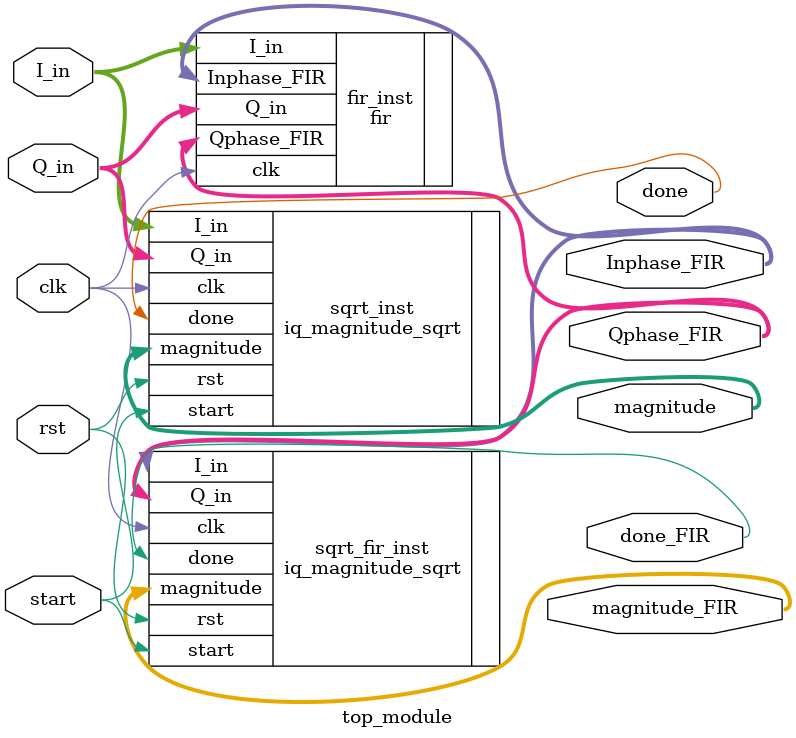
<source format=v>
`timescale 1ns / 1ps


module top_module
(   input wire clk,
    input wire rst,
    input wire start,
    input wire signed [15:0] I_in,  // In-phase input (e.g., sine wave)
    input wire signed [15:0] Q_in,  // Quadrature input
    output wire signed [15:0] Inphase_FIR,  // Filtered I output
    output wire signed [15:0] Qphase_FIR,
    output wire signed [15:0] magnitude,    // sqrt(I² + Q²)
    output wire signed [15:0] magnitude_FIR,    
    output wire done,
    output wire done_FIR
);

    // Instance of FIR for I_in
    fir #(.TAPS(9)) fir_inst (
        .clk(clk),
        .I_in(I_in),
        .Q_in(Q_in),
        .Inphase_FIR(Inphase_FIR),
        .Qphase_FIR(Qphase_FIR)
    );

    // Instance of IQ Magnitude Sqrt
    iq_magnitude_sqrt sqrt_inst (
        .clk(clk),
        .rst(rst),
        .start(start),
        .I_in(I_in),  // Same I_in as FIR input
        .Q_in(Q_in),
        .magnitude(magnitude),
        .done(done)
    );
    
    // Instance of IQ Magnitude Sqrt after FIR filter
    iq_magnitude_sqrt sqrt_fir_inst (
        .clk(clk),
        .rst(rst),
        .start(start),
        .I_in(Inphase_FIR),  // Same I_in as FIR input
        .Q_in(Qphase_FIR),
        .magnitude(magnitude_FIR),
        .done(done_FIR)
    );

endmodule
</source>
